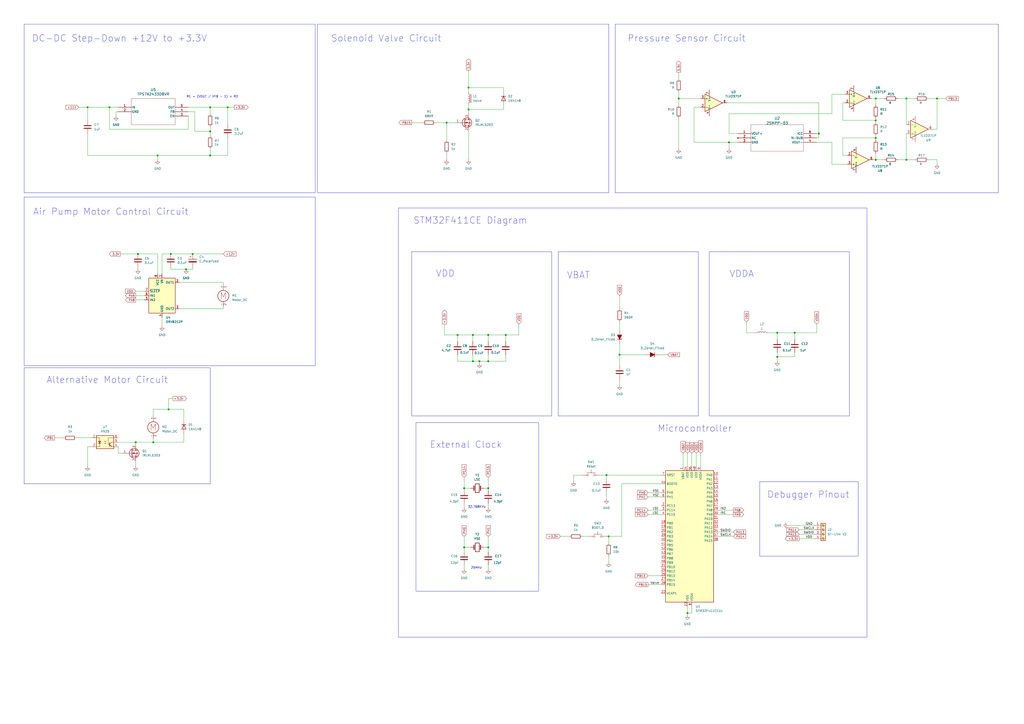
<source format=kicad_sch>
(kicad_sch (version 20231120) (generator "eeschema") (generator_version "8.0")
  (paper "A2")
  (title_block (title "Medidor de pressão arterial - Sistemas Embarcados") (company "FEELT"))
  (lib_symbols
    (symbol "2024-09-16_13-36-37:2SMPP-03" (pin_names (offset 0.254))
      (property "Reference" "U" (at 22.86 10.16 0))
      (property "Value" "2SMPP-03" (at 22.86 7.62 0))
      (symbol "2SMPP-03_0_1"
        (pin output line (at 0 0 0) (length 7.62) (name "VOUT+") (number "1"))
        (pin no_connect line (at 0 -2.54 0) (length 7.62) (name "NC") (number "2"))
        (pin power_out line (at 0 -5.08 0) (length 7.62) (name "GND") (number "3"))
        (pin output line (at 45.72 -5.08 180) (length 7.62) (name "VOUT-") (number "4"))
        (pin unspecified line (at 45.72 -2.54 180) (length 7.62) (name "N-SUB") (number "5"))
        (pin unspecified line (at 45.72 0 180) (length 7.62) (name "ICC") (number "6"))
      )
    )
    (symbol "2024-09-16_13-49-55:TPS7A2433DBVR" (pin_names (offset 0.254))
      (property "Reference" "U" (at 20.32 10.16 0))
      (property "Value" "TPS7A2433DBVR" (at 20.32 7.62 0))
      (symbol "TPS7A2433DBVR_0_1"
        (pin input line (at 0 0 0) (length 7.62) (name "IN") (number "1"))
        (pin power_out line (at 0 -2.54 0) (length 7.62) (name "GND") (number "2"))
        (pin input line (at 40.64 -5.08 180) (length 7.62) (name "EN") (number "3"))
        (pin input line (at 40.64 -2.54 180) (length 7.62) (name "FB") (number "4"))
        (pin output line (at 40.64 0 180) (length 7.62) (name "OUT") (number "5"))
      )
    )
    (symbol "Amplifier_Operational:TLV2371P" (pin_names (offset 0.127))
      (property "Reference" "U" (at 0 6.35 0))
      (property "Value" "TLV2371P" (at 0 3.81 0))
      (symbol "TLV2371P_1_1"
        (pin no_connect line (at -5.08 -2.54 90) (length 2.54) hide (name "NC") (number "1"))
        (pin input line (at -7.62 -2.54 0) (length 2.54) (name "-") (number "2"))
        (pin input line (at -7.62 2.54 0) (length 2.54) (name "+") (number "3"))
        (pin power_in line (at -2.54 -7.62 90) (length 3.81) (name "V-") (number "4"))
        (pin no_connect line (at -2.54 -2.54 90) (length 2.54) hide (name "NC") (number "5"))
        (pin output line (at 7.62 0 180) (length 2.54) (name "~") (number "6"))
        (pin power_in line (at -2.54 7.62 270) (length 3.81) (name "V+") (number "7"))
        (pin no_connect line (at 0 -2.54 90) (length 2.54) hide (name "NC") (number "8"))
      )
    )
    (symbol "Connector:Screw_Terminal_01x04" (pin_names (offset 1.016) hide)
      (property "Reference" "J" (at 0 5.08 0))
      (property "Value" "Screw_Terminal_01x04" (at 0 -7.62 0))
      (symbol "Screw_Terminal_01x04_1_1"
        (pin passive line (at -5.08 2.54 0) (length 3.81) (name "Pin_1") (number "1"))
        (pin passive line (at -5.08 0 0) (length 3.81) (name "Pin_2") (number "2"))
        (pin passive line (at -5.08 -2.54 0) (length 3.81) (name "Pin_3") (number "3"))
        (pin passive line (at -5.08 -5.08 0) (length 3.81) (name "Pin_4") (number "4"))
      )
    )
    (symbol "Device:C" (pin_numbers hide) (pin_names (offset 0.254))
      (property "Reference" "C" (at 0.635 2.54 0))
      (property "Value" "C" (at 0.635 -2.54 0))
      (symbol "C_1_1"
        (pin passive line (at 0 3.81 270) (length 2.794) (name "~") (number "1"))
        (pin passive line (at 0 -3.81 90) (length 2.794) (name "~") (number "2"))
      )
    )
    (symbol "Device:C_Polarized" (pin_numbers hide) (pin_names (offset 0.254))
      (property "Reference" "C" (at 0.635 2.54 0))
      (property "Value" "C_Polarized" (at 0.635 -2.54 0))
      (symbol "C_Polarized_1_1"
        (pin passive line (at 0 3.81 270) (length 2.794) (name "~") (number "1"))
        (pin passive line (at 0 -3.81 90) (length 2.794) (name "~") (number "2"))
      )
    )
    (symbol "Device:Crystal" (pin_numbers hide) (pin_names (offset 1.016) hide)
      (property "Reference" "Y" (at 0 3.81 0))
      (property "Value" "Crystal" (at 0 -3.81 0))
      (symbol "Crystal_1_1"
        (pin passive line (at -3.81 0 0) (length 1.27) (name "1") (number "1"))
        (pin passive line (at 3.81 0 180) (length 1.27) (name "2") (number "2"))
      )
    )
    (symbol "Device:D_Zener_Filled" (pin_numbers hide) (pin_names (offset 1.016) hide)
      (property "Reference" "D" (at 0 2.54 0))
      (property "Value" "D_Zener_Filled" (at 0 -2.54 0))
      (symbol "D_Zener_Filled_1_1"
        (pin passive line (at -3.81 0 0) (length 2.54) (name "K") (number "1"))
        (pin passive line (at 3.81 0 180) (length 2.54) (name "A") (number "2"))
      )
    )
    (symbol "Device:L" (pin_numbers hide) (pin_names (offset 1.016) hide)
      (property "Reference" "L" (at -1.27 0 90))
      (property "Value" "L" (at 1.905 0 90))
      (symbol "L_1_1"
        (pin passive line (at 0 3.81 270) (length 1.27) (name "1") (number "1"))
        (pin passive line (at 0 -3.81 90) (length 1.27) (name "2") (number "2"))
      )
    )
    (symbol "Device:L_Iron" (pin_numbers hide) (pin_names (offset 1.016) hide)
      (property "Reference" "L" (at -1.27 0 90))
      (property "Value" "L_Iron" (at 2.794 0 90))
      (symbol "L_Iron_1_1"
        (pin passive line (at 0 3.81 270) (length 1.27) (name "1") (number "1"))
        (pin passive line (at 0 -3.81 90) (length 1.27) (name "2") (number "2"))
      )
    )
    (symbol "Device:R" (pin_numbers hide) (pin_names (offset 0))
      (property "Reference" "R" (at 2.032 0 90))
      (property "Value" "R" (at 0 0 90))
      (symbol "R_1_1"
        (pin passive line (at 0 3.81 270) (length 1.27) (name "~") (number "1"))
        (pin passive line (at 0 -3.81 90) (length 1.27) (name "~") (number "2"))
      )
    )
    (symbol "Diode:1N4148" (pin_numbers hide) (pin_names hide)
      (property "Reference" "D" (at 0 2.54 0))
      (property "Value" "1N4148" (at 0 -2.54 0))
      (symbol "1N4148_1_1"
        (pin passive line (at -3.81 0 0) (length 2.54) (name "K") (number "1"))
        (pin passive line (at 3.81 0 180) (length 2.54) (name "A") (number "2"))
      )
    )
    (symbol "Driver_Motor:DRV8212P"
      (property "Reference" "U" (at 6.35 11.43 0))
      (property "Value" "DRV8212P" (at -10.16 11.43 0))
      (symbol "DRV8212P_1_1"
        (pin power_in line (at 0 12.7 270) (length 2.54) (name "VM") (number "1"))
        (pin output line (at 10.16 7.62 180) (length 2.54) (name "OUT1") (number "2"))
        (pin output line (at 10.16 -7.62 180) (length 2.54) (name "OUT2") (number "3"))
        (pin power_in line (at 0 -12.7 90) (length 2.54) (name "GND") (number "4"))
        (pin input line (at -10.16 -2.54 0) (length 2.54) (name "IN2") (number "5"))
        (pin input line (at -10.16 0 0) (length 2.54) (name "IN1") (number "6"))
        (pin input line (at -10.16 2.54 0) (length 2.54) (name "~{SLEEP}") (number "7"))
        (pin power_in line (at -2.54 12.7 270) (length 2.54) (name "VCC") (number "8"))
        (pin passive line (at 0 -12.7 90) (length 2.54) hide (name "GND") (number "9"))
      )
    )
    (symbol "Isolator:4N25" (pin_names (offset 1.016))
      (property "Reference" "U" (at -5.08 5.08 0))
      (property "Value" "4N25" (at 0 5.08 0))
      (symbol "4N25_1_1"
        (pin passive line (at -7.62 2.54 0) (length 2.54) (name "~") (number "1"))
        (pin passive line (at -7.62 -2.54 0) (length 2.54) (name "~") (number "2"))
        (pin no_connect line (at -5.08 0 0) (length 2.54) hide (name "NC") (number "3"))
        (pin passive line (at 7.62 -2.54 180) (length 2.54) (name "~") (number "4"))
        (pin passive line (at 7.62 0 180) (length 2.54) (name "~") (number "5"))
        (pin passive line (at 7.62 2.54 180) (length 2.54) (name "~") (number "6"))
      )
    )
    (symbol "MCU_ST_STM32F4:STM32F411CEUx"
      (property "Reference" "U" (at -12.7 39.37 0))
      (property "Value" "STM32F411CEUx" (at 10.16 39.37 0))
      (symbol "STM32F411CEUx_1_1"
        (pin power_in line (at -2.54 40.64 270) (length 2.54) (name "VBAT") (number "1"))
        (pin bidirectional line (at 17.78 35.56 180) (length 2.54) (name "PA0") (number "10"))
        (pin bidirectional line (at 17.78 33.02 180) (length 2.54) (name "PA1") (number "11"))
        (pin bidirectional line (at 17.78 30.48 180) (length 2.54) (name "PA2") (number "12"))
        (pin bidirectional line (at 17.78 27.94 180) (length 2.54) (name "PA3") (number "13"))
        (pin bidirectional line (at 17.78 25.4 180) (length 2.54) (name "PA4") (number "14"))
        (pin bidirectional line (at 17.78 22.86 180) (length 2.54) (name "PA5") (number "15"))
        (pin bidirectional line (at 17.78 20.32 180) (length 2.54) (name "PA6") (number "16"))
        (pin bidirectional line (at 17.78 17.78 180) (length 2.54) (name "PA7") (number "17"))
        (pin bidirectional line (at -15.24 7.62 0) (length 2.54) (name "PB0") (number "18"))
        (pin bidirectional line (at -15.24 5.08 0) (length 2.54) (name "PB1") (number "19"))
        (pin bidirectional line (at -15.24 17.78 0) (length 2.54) (name "PC13") (number "2"))
        (pin bidirectional line (at -15.24 2.54 0) (length 2.54) (name "PB2") (number "20"))
        (pin bidirectional line (at -15.24 -17.78 0) (length 2.54) (name "PB10") (number "21"))
        (pin power_out line (at -15.24 -33.02 0) (length 2.54) (name "VCAP1") (number "22"))
        (pin power_in line (at 0 -40.64 90) (length 2.54) (name "VSS") (number "23"))
        (pin power_in line (at 0 40.64 270) (length 2.54) (name "VDD") (number "24"))
        (pin bidirectional line (at -15.24 -20.32 0) (length 2.54) (name "PB12") (number "25"))
        (pin bidirectional line (at -15.24 -22.86 0) (length 2.54) (name "PB13") (number "26"))
        (pin bidirectional line (at -15.24 -25.4 0) (length 2.54) (name "PB14") (number "27"))
        (pin bidirectional line (at -15.24 -27.94 0) (length 2.54) (name "PB15") (number "28"))
        (pin bidirectional line (at 17.78 15.24 180) (length 2.54) (name "PA8") (number "29"))
        (pin bidirectional line (at -15.24 15.24 0) (length 2.54) (name "PC14") (number "3"))
        (pin bidirectional line (at 17.78 12.7 180) (length 2.54) (name "PA9") (number "30"))
        (pin bidirectional line (at 17.78 10.16 180) (length 2.54) (name "PA10") (number "31"))
        (pin bidirectional line (at 17.78 7.62 180) (length 2.54) (name "PA11") (number "32"))
        (pin bidirectional line (at 17.78 5.08 180) (length 2.54) (name "PA12") (number "33"))
        (pin bidirectional line (at 17.78 2.54 180) (length 2.54) (name "PA13") (number "34"))
        (pin passive line (at 0 -40.64 90) (length 2.54) hide (name "VSS") (number "35"))
        (pin power_in line (at 2.54 40.64 270) (length 2.54) (name "VDD") (number "36"))
        (pin bidirectional line (at 17.78 0 180) (length 2.54) (name "PA14") (number "37"))
        (pin bidirectional line (at 17.78 -2.54 180) (length 2.54) (name "PA15") (number "38"))
        (pin bidirectional line (at -15.24 0 0) (length 2.54) (name "PB3") (number "39"))
        (pin bidirectional line (at -15.24 12.7 0) (length 2.54) (name "PC15") (number "4"))
        (pin bidirectional line (at -15.24 -2.54 0) (length 2.54) (name "PB4") (number "40"))
        (pin bidirectional line (at -15.24 -5.08 0) (length 2.54) (name "PB5") (number "41"))
        (pin bidirectional line (at -15.24 -7.62 0) (length 2.54) (name "PB6") (number "42"))
        (pin bidirectional line (at -15.24 -10.16 0) (length 2.54) (name "PB7") (number "43"))
        (pin input line (at -15.24 30.48 0) (length 2.54) (name "BOOT0") (number "44"))
        (pin bidirectional line (at -15.24 -12.7 0) (length 2.54) (name "PB8") (number "45"))
        (pin bidirectional line (at -15.24 -15.24 0) (length 2.54) (name "PB9") (number "46"))
        (pin passive line (at 0 -40.64 90) (length 2.54) hide (name "VSS") (number "47"))
        (pin power_in line (at 5.08 40.64 270) (length 2.54) (name "VDD") (number "48"))
        (pin passive line (at 0 -40.64 90) (length 2.54) hide (name "VSS") (number "49"))
        (pin bidirectional line (at -15.24 25.4 0) (length 2.54) (name "PH0") (number "5"))
        (pin bidirectional line (at -15.24 22.86 0) (length 2.54) (name "PH1") (number "6"))
        (pin input line (at -15.24 35.56 0) (length 2.54) (name "NRST") (number "7"))
        (pin power_in line (at 2.54 -40.64 90) (length 2.54) (name "VSSA") (number "8"))
        (pin power_in line (at 7.62 40.64 270) (length 2.54) (name "VDDA") (number "9"))
      )
    )
    (symbol "Motor:Motor_DC" (pin_names (offset 0))
      (property "Reference" "M" (at 2.54 2.54 0))
      (property "Value" "Motor_DC" (at 2.54 -5.08 0))
      (symbol "Motor_DC_1_1"
        (pin passive line (at 0 5.08 270) (length 2.54) (name "+") (number "1"))
        (pin passive line (at 0 -7.62 90) (length 2.54) (name "-") (number "2"))
      )
    )
    (symbol "Switch:SW_Push" (pin_numbers hide) (pin_names (offset 1.016) hide)
      (property "Reference" "SW" (at 1.27 2.54 0))
      (property "Value" "SW_Push" (at 0 -1.524 0))
      (symbol "SW_Push_0_1"
        (pin passive line (at -5.08 0 0) (length 2.54) (name "1") (number "1"))
        (pin passive line (at 5.08 0 180) (length 2.54) (name "2") (number "2"))
      )
    )
    (symbol "Transistor_FET:IRLML5203" (pin_names hide)
      (property "Reference" "Q" (at 5.08 1.905 0))
      (property "Value" "IRLML5203" (at 5.08 0 0))
      (symbol "IRLML5203_1_1"
        (pin input line (at -5.08 0 0) (length 2.54) (name "G") (number "1"))
        (pin passive line (at 2.54 -5.08 90) (length 2.54) (name "S") (number "2"))
        (pin passive line (at 2.54 5.08 270) (length 2.54) (name "D") (number "3"))
      )
    )
    (symbol "power:GND" (power) (pin_numbers hide) (pin_names (offset 0) hide)
      (property "Value" "GND" (at 0 -3.81 0))
      (symbol "GND_1_1"
        (pin power_in line (at 0 0 270) (length 0) (name "~") (number "1"))
      )
    )
  )
  (junction (at 121.92 90.17))
  (junction (at 283.21 283.21))
  (junction (at 293.37 194.31))
  (junction (at 97.79 237.49))
  (junction (at 525.78 92.71))
  (junction (at 422.91 82.55))
  (junction (at 393.7 57.15))
  (junction (at 278.13 209.55))
  (junction (at 80.01 147.32))
  (junction (at 99.06 147.32))
  (junction (at 508 80.01))
  (junction (at 121.92 76.2))
  (junction (at 274.32 209.55))
  (junction (at 265.43 194.31))
  (junction (at 271.78 63.5))
  (junction (at 269.24 317.5))
  (junction (at 508 69.85))
  (junction (at 271.78 50.8))
  (junction (at 50.8 62.23))
  (junction (at 543.56 57.15))
  (junction (at 132.08 62.23))
  (junction (at 274.32 194.31))
  (junction (at 283.21 317.5))
  (junction (at 78.74 256.54))
  (junction (at 359.41 205.74))
  (junction (at 450.85 207.01))
  (junction (at 398.78 355.6))
  (junction (at 508 57.15))
  (junction (at 88.9 256.54))
  (junction (at 63.5 62.23))
  (junction (at 259.08 71.12))
  (junction (at 474.98 77.47))
  (junction (at 283.21 194.31))
  (junction (at 450.85 193.04))
  (junction (at 111.76 147.32))
  (junction (at 91.44 90.17))
  (junction (at 351.79 275.59))
  (junction (at 269.24 283.21))
  (junction (at 107.95 156.21))
  (junction (at 525.78 57.15))
  (junction (at 283.21 209.55))
  (junction (at 461.01 193.04))
  (junction (at 508 92.71))
  (junction (at 121.92 62.23))
  (junction (at 353.06 311.15))
  (wire (pts (xy 99.06 147.32) (xy 111.76 147.32)))
  (wire (pts (xy 508 80.01) (xy 508 81.28)))
  (wire (pts (xy 520.7 92.71) (xy 525.78 92.71)))
  (wire (pts (xy 525.78 57.15) (xy 530.86 57.15)))
  (wire (pts (xy 491.49 90.17) (xy 488.95 90.17)))
  (wire (pts (xy 271.78 60.96) (xy 271.78 63.5)))
  (wire (pts (xy 416.56 295.91) (xy 425.45 295.91)))
  (wire (pts (xy 67.31 64.77) (xy 68.58 64.77)))
  (wire (pts (xy 543.56 74.93) (xy 543.56 57.15)))
  (wire (pts (xy 121.92 76.2) (xy 121.92 78.74)))
  (wire (pts (xy 113.03 76.2) (xy 121.92 76.2)))
  (wire (pts (xy 473.71 187.96) (xy 473.71 193.04)))
  (wire (pts (xy 416.56 308.61) (xy 425.45 308.61)))
  (wire (pts (xy 109.22 62.23) (xy 121.92 62.23)))
  (wire (pts (xy 398.78 355.6) (xy 398.78 356.87)))
  (wire (pts (xy 132.08 62.23) (xy 135.89 62.23)))
  (wire (pts (xy 353.06 311.15) (xy 360.68 311.15)))
  (wire (pts (xy 473.71 82.55) (xy 482.6 82.55)))
  (wire (pts (xy 445.77 193.04) (xy 450.85 193.04)))
  (wire (pts (xy 292.1 60.96) (xy 292.1 63.5)))
  (wire (pts (xy 68.58 256.54) (xy 78.74 256.54)))
  (wire (pts (xy 473.71 193.04) (xy 461.01 193.04)))
  (wire (pts (xy 506.73 92.71) (xy 508 92.71)))
  (wire (pts (xy 80.01 154.94) (xy 80.01 156.21)))
  (wire (pts (xy 482.6 66.04) (xy 422.91 66.04)))
  (wire (pts (xy 406.4 262.89) (xy 406.4 270.51)))
  (wire (pts (xy 353.06 311.15) (xy 353.06 314.96)))
  (wire (pts (xy 488.95 59.69) (xy 488.95 69.85)))
  (wire (pts (xy 292.1 53.34) (xy 292.1 50.8)))
  (wire (pts (xy 100.33 231.14) (xy 97.79 231.14)))
  (wire (pts (xy 293.37 198.12) (xy 293.37 194.31)))
  (wire (pts (xy 111.76 154.94) (xy 111.76 156.21)))
  (wire (pts (xy 474.98 59.69) (xy 474.98 77.47)))
  (wire (pts (xy 106.68 256.54) (xy 88.9 256.54)))
  (wire (pts (xy 106.68 243.84) (xy 106.68 237.49)))
  (wire (pts (xy 450.85 204.47) (xy 450.85 207.01)))
  (wire (pts (xy 463.55 312.42) (xy 472.44 312.42)))
  (wire (pts (xy 359.41 219.71) (xy 359.41 223.52)))
  (wire (pts (xy 269.24 311.15) (xy 269.24 317.5)))
  (wire (pts (xy 63.5 62.23) (xy 63.5 74.93)))
  (wire (pts (xy 461.01 193.04) (xy 450.85 193.04)))
  (wire (pts (xy 50.8 259.08) (xy 50.8 270.51)))
  (wire (pts (xy 508 69.85) (xy 508 71.12)))
  (wire (pts (xy 91.44 158.75) (xy 91.44 147.32)))
  (wire (pts (xy 88.9 237.49) (xy 88.9 241.3)))
  (wire (pts (xy 543.56 92.71) (xy 543.56 95.25)))
  (wire (pts (xy 121.92 90.17) (xy 132.08 90.17)))
  (wire (pts (xy 473.71 77.47) (xy 474.98 77.47)))
  (wire (pts (xy 461.01 196.85) (xy 461.01 193.04)))
  (wire (pts (xy 461.01 204.47) (xy 461.01 207.01)))
  (wire (pts (xy 283.21 317.5) (xy 283.21 320.04)))
  (wire (pts (xy 393.7 68.58) (xy 393.7 86.36)))
  (wire (pts (xy 50.8 259.08) (xy 53.34 259.08)))
  (wire (pts (xy 93.98 147.32) (xy 99.06 147.32)))
  (wire (pts (xy 490.22 59.69) (xy 488.95 59.69)))
  (wire (pts (xy 347.98 275.59) (xy 351.79 275.59)))
  (wire (pts (xy 259.08 88.9) (xy 259.08 92.71)))
  (wire (pts (xy 269.24 327.66) (xy 269.24 330.2)))
  (wire (pts (xy 351.79 285.75) (xy 351.79 289.56)))
  (wire (pts (xy 433.07 186.69) (xy 433.07 193.04)))
  (wire (pts (xy 97.79 231.14) (xy 97.79 237.49)))
  (wire (pts (xy 265.43 194.31) (xy 274.32 194.31)))
  (wire (pts (xy 269.24 317.5) (xy 269.24 320.04)))
  (wire (pts (xy 337.82 311.15) (xy 341.63 311.15)))
  (wire (pts (xy 375.92 339.09) (xy 383.54 339.09)))
  (wire (pts (xy 271.78 76.2) (xy 271.78 92.71)))
  (wire (pts (xy 351.79 275.59) (xy 351.79 278.13)))
  (wire (pts (xy 406.4 62.23) (xy 402.59 62.23)))
  (wire (pts (xy 50.8 90.17) (xy 91.44 90.17)))
  (wire (pts (xy 106.68 251.46) (xy 106.68 256.54)))
  (wire (pts (xy 78.74 171.45) (xy 83.82 171.45)))
  (wire (pts (xy 109.22 74.93) (xy 63.5 74.93)))
  (wire (pts (xy 280.67 317.5) (xy 283.21 317.5)))
  (wire (pts (xy 283.21 327.66) (xy 283.21 330.2)))
  (wire (pts (xy 78.74 173.99) (xy 83.82 173.99)))
  (wire (pts (xy 525.78 57.15) (xy 525.78 72.39)))
  (wire (pts (xy 416.56 298.45) (xy 425.45 298.45)))
  (wire (pts (xy 274.32 194.31) (xy 274.32 198.12)))
  (wire (pts (xy 132.08 80.01) (xy 132.08 90.17)))
  (wire (pts (xy 422.91 82.55) (xy 422.91 86.36)))
  (wire (pts (xy 393.7 57.15) (xy 393.7 60.96)))
  (wire (pts (xy 106.68 237.49) (xy 97.79 237.49)))
  (wire (pts (xy 104.14 163.83) (xy 129.54 163.83)))
  (wire (pts (xy 382.27 205.74) (xy 387.35 205.74)))
  (wire (pts (xy 473.71 80.01) (xy 474.98 80.01)))
  (wire (pts (xy 113.03 64.77) (xy 113.03 76.2)))
  (wire (pts (xy 109.22 67.31) (xy 109.22 74.93)))
  (wire (pts (xy 508 92.71) (xy 513.08 92.71)))
  (wire (pts (xy 283.21 292.1) (xy 283.21 294.64)))
  (wire (pts (xy 99.06 154.94) (xy 99.06 156.21)))
  (wire (pts (xy 359.41 186.69) (xy 359.41 191.77)))
  (wire (pts (xy 269.24 284.48) (xy 269.24 283.21)))
  (wire (pts (xy 488.95 69.85) (xy 508 69.85)))
  (wire (pts (xy 68.58 259.08) (xy 68.58 262.89)))
  (wire (pts (xy 259.08 71.12) (xy 259.08 81.28)))
  (wire (pts (xy 271.78 50.8) (xy 271.78 53.34)))
  (wire (pts (xy 401.32 351.79) (xy 401.32 355.6)))
  (wire (pts (xy 91.44 90.17) (xy 91.44 92.71)))
  (wire (pts (xy 63.5 62.23) (xy 68.58 62.23)))
  (wire (pts (xy 271.78 63.5) (xy 292.1 63.5)))
  (wire (pts (xy 396.24 262.89) (xy 396.24 270.51)))
  (wire (pts (xy 257.81 194.31) (xy 265.43 194.31)))
  (wire (pts (xy 375.92 285.75) (xy 383.54 285.75)))
  (wire (pts (xy 490.22 54.61) (xy 482.6 54.61)))
  (wire (pts (xy 375.92 334.01) (xy 383.54 334.01)))
  (wire (pts (xy 383.54 280.67) (xy 360.68 280.67)))
  (wire (pts (xy 31.75 254) (xy 36.83 254)))
  (wire (pts (xy 69.85 147.32) (xy 80.01 147.32)))
  (wire (pts (xy 91.44 90.17) (xy 121.92 90.17)))
  (wire (pts (xy 482.6 54.61) (xy 482.6 66.04)))
  (wire (pts (xy 293.37 209.55) (xy 283.21 209.55)))
  (wire (pts (xy 283.21 205.74) (xy 283.21 209.55)))
  (wire (pts (xy 300.99 187.96) (xy 300.99 194.31)))
  (wire (pts (xy 45.72 62.23) (xy 50.8 62.23)))
  (wire (pts (xy 293.37 194.31) (xy 283.21 194.31)))
  (wire (pts (xy 541.02 74.93) (xy 543.56 74.93)))
  (wire (pts (xy 113.03 64.77) (xy 109.22 64.77)))
  (wire (pts (xy 283.21 276.86) (xy 283.21 283.21)))
  (wire (pts (xy 393.7 41.91) (xy 393.7 45.72)))
  (wire (pts (xy 274.32 209.55) (xy 278.13 209.55)))
  (wire (pts (xy 132.08 72.39) (xy 132.08 62.23)))
  (wire (pts (xy 488.95 90.17) (xy 488.95 80.01)))
  (wire (pts (xy 283.21 284.48) (xy 283.21 283.21)))
  (wire (pts (xy 121.92 86.36) (xy 121.92 90.17)))
  (wire (pts (xy 463.55 309.88) (xy 472.44 309.88)))
  (wire (pts (xy 488.95 80.01) (xy 508 80.01)))
  (wire (pts (xy 375.92 298.45) (xy 383.54 298.45)))
  (wire (pts (xy 273.05 317.5) (xy 269.24 317.5)))
  (wire (pts (xy 351.79 275.59) (xy 383.54 275.59)))
  (wire (pts (xy 283.21 198.12) (xy 283.21 194.31)))
  (wire (pts (xy 293.37 205.74) (xy 293.37 209.55)))
  (wire (pts (xy 121.92 73.66) (xy 121.92 76.2)))
  (wire (pts (xy 482.6 95.25) (xy 491.49 95.25)))
  (wire (pts (xy 259.08 71.12) (xy 264.16 71.12)))
  (wire (pts (xy 44.45 254) (xy 53.34 254)))
  (wire (pts (xy 508 78.74) (xy 508 80.01)))
  (wire (pts (xy 353.06 322.58) (xy 353.06 326.39)))
  (wire (pts (xy 129.54 163.83) (xy 129.54 165.1)))
  (wire (pts (xy 50.8 62.23) (xy 63.5 62.23)))
  (wire (pts (xy 99.06 156.21) (xy 107.95 156.21)))
  (wire (pts (xy 422.91 82.55) (xy 427.99 82.55)))
  (wire (pts (xy 421.64 59.69) (xy 474.98 59.69)))
  (wire (pts (xy 271.78 63.5) (xy 271.78 66.04)))
  (wire (pts (xy 416.56 311.15) (xy 425.45 311.15)))
  (wire (pts (xy 401.32 355.6) (xy 398.78 355.6)))
  (wire (pts (xy 283.21 209.55) (xy 278.13 209.55)))
  (wire (pts (xy 359.41 205.74) (xy 374.65 205.74)))
  (wire (pts (xy 505.46 57.15) (xy 508 57.15)))
  (wire (pts (xy 422.91 77.47) (xy 422.91 66.04)))
  (wire (pts (xy 88.9 254) (xy 88.9 256.54)))
  (wire (pts (xy 332.74 275.59) (xy 337.82 275.59)))
  (wire (pts (xy 325.12 311.15) (xy 330.2 311.15)))
  (wire (pts (xy 401.32 262.89) (xy 401.32 270.51)))
  (wire (pts (xy 283.21 311.15) (xy 283.21 317.5)))
  (wire (pts (xy 129.54 179.07) (xy 129.54 177.8)))
  (wire (pts (xy 293.37 194.31) (xy 300.99 194.31)))
  (wire (pts (xy 50.8 69.85) (xy 50.8 62.23)))
  (wire (pts (xy 274.32 205.74) (xy 274.32 209.55)))
  (wire (pts (xy 265.43 209.55) (xy 274.32 209.55)))
  (wire (pts (xy 543.56 57.15) (xy 548.64 57.15)))
  (wire (pts (xy 525.78 92.71) (xy 530.86 92.71)))
  (wire (pts (xy 525.78 77.47) (xy 525.78 92.71)))
  (wire (pts (xy 265.43 198.12) (xy 265.43 194.31)))
  (wire (pts (xy 402.59 82.55) (xy 422.91 82.55)))
  (wire (pts (xy 91.44 147.32) (xy 80.01 147.32)))
  (wire (pts (xy 50.8 77.47) (xy 50.8 90.17)))
  (wire (pts (xy 538.48 92.71) (xy 543.56 92.71)))
  (wire (pts (xy 508 68.58) (xy 508 69.85)))
  (wire (pts (xy 508 57.15) (xy 508 60.96)))
  (wire (pts (xy 461.01 207.01) (xy 450.85 207.01)))
  (wire (pts (xy 78.74 256.54) (xy 78.74 257.81)))
  (wire (pts (xy 359.41 171.45) (xy 359.41 179.07)))
  (wire (pts (xy 257.81 187.96) (xy 257.81 194.31)))
  (wire (pts (xy 271.78 50.8) (xy 292.1 50.8)))
  (wire (pts (xy 78.74 267.97) (xy 78.74 270.51)))
  (wire (pts (xy 463.55 307.34) (xy 472.44 307.34)))
  (wire (pts (xy 97.79 237.49) (xy 88.9 237.49)))
  (wire (pts (xy 269.24 283.21) (xy 273.05 283.21)))
  (wire (pts (xy 474.98 80.01) (xy 474.98 77.47)))
  (wire (pts (xy 450.85 207.01) (xy 450.85 209.55)))
  (wire (pts (xy 67.31 67.31) (xy 67.31 64.77)))
  (wire (pts (xy 283.21 283.21) (xy 280.67 283.21)))
  (wire (pts (xy 132.08 62.23) (xy 121.92 62.23)))
  (wire (pts (xy 278.13 209.55) (xy 278.13 210.82)))
  (wire (pts (xy 538.48 57.15) (xy 543.56 57.15)))
  (wire (pts (xy 252.73 71.12) (xy 259.08 71.12)))
  (wire (pts (xy 359.41 199.39) (xy 359.41 205.74)))
  (wire (pts (xy 438.15 193.04) (xy 433.07 193.04)))
  (wire (pts (xy 88.9 256.54) (xy 78.74 256.54)))
  (wire (pts (xy 78.74 168.91) (xy 83.82 168.91)))
  (wire (pts (xy 351.79 311.15) (xy 353.06 311.15)))
  (wire (pts (xy 93.98 158.75) (xy 93.98 147.32)))
  (wire (pts (xy 68.58 262.89) (xy 71.12 262.89)))
  (wire (pts (xy 520.7 57.15) (xy 525.78 57.15)))
  (wire (pts (xy 427.99 77.47) (xy 422.91 77.47)))
  (wire (pts (xy 359.41 205.74) (xy 359.41 212.09)))
  (wire (pts (xy 104.14 179.07) (xy 129.54 179.07)))
  (wire (pts (xy 375.92 288.29) (xy 383.54 288.29)))
  (wire (pts (xy 111.76 156.21) (xy 107.95 156.21)))
  (wire (pts (xy 406.4 57.15) (xy 393.7 57.15)))
  (wire (pts (xy 265.43 205.74) (xy 265.43 209.55)))
  (wire (pts (xy 269.24 276.86) (xy 269.24 283.21)))
  (wire (pts (xy 398.78 351.79) (xy 398.78 355.6)))
  (wire (pts (xy 111.76 147.32) (xy 129.54 147.32)))
  (wire (pts (xy 93.98 184.15) (xy 93.98 189.23)))
  (wire (pts (xy 508 92.71) (xy 508 88.9)))
  (wire (pts (xy 393.7 53.34) (xy 393.7 57.15)))
  (wire (pts (xy 360.68 280.67) (xy 360.68 311.15)))
  (wire (pts (xy 403.86 262.89) (xy 403.86 270.51)))
  (wire (pts (xy 238.76 71.12) (xy 245.11 71.12)))
  (wire (pts (xy 332.74 279.4) (xy 332.74 275.59)))
  (wire (pts (xy 402.59 62.23) (xy 402.59 82.55)))
  (wire (pts (xy 121.92 62.23) (xy 121.92 66.04)))
  (wire (pts (xy 274.32 194.31) (xy 283.21 194.31)))
  (wire (pts (xy 482.6 82.55) (xy 482.6 95.25)))
  (wire (pts (xy 271.78 40.64) (xy 271.78 50.8)))
  (wire (pts (xy 450.85 196.85) (xy 450.85 193.04)))
  (wire (pts (xy 457.2 304.8) (xy 472.44 304.8)))
  (wire (pts (xy 398.78 262.89) (xy 398.78 270.51)))
  (wire (pts (xy 375.92 295.91) (xy 383.54 295.91)))
  (wire (pts (xy 508 57.15) (xy 513.08 57.15)))
  (wire (pts (xy 269.24 292.1) (xy 269.24 294.64)))
  (rectangle (start 13.97 13.97) (end 182.88 111.76))
  (rectangle (start 411.48 146.05) (end 492.76 241.3))
  (rectangle (start 238.76 146.05) (end 320.04 241.3))
  (rectangle (start 13.97 114.3) (end 182.88 212.09))
  (rectangle (start 440.69 279.4) (end 497.84 322.58))
  (rectangle (start 13.97 213.36) (end 121.92 280.67))
  (rectangle (start 231.14 120.65) (end 502.92 369.57))
  (rectangle (start 241.3 245.11) (end 312.42 342.9))
  (rectangle (start 356.87 13.97) (end 579.12 111.76))
  (rectangle (start 323.85 146.05) (end 405.13 241.3))
  (rectangle (start 184.15 13.97) (end 353.06 111.76))
  (text "VDD\n" (at 258.318 158.75 0) (effects (font (size 3.81 3.81))))
  (text "Solenoid Valve Circuit" (at 224.028 22.352 0) (effects (font (size 3.81 3.81))))
  (text "Microcontroller\n" (at 403.098 248.666 0) (effects (font (size 3.81 3.81))))
  (text "Alternative Motor Circuit" (at 62.23 220.472 0) (effects (font (size 3.81 3.81))))
  (text "25MHz\n" (at 276.352 329.438 0) (effects (font (size 1.27 1.27))))
  (text "DC-DC Step-Down +12V to +3.3V\n" (at 69.342 22.352 0) (effects (font (size 3.81 3.81))))
  (text "R1 = (VOUT / VFB - 1) × R2" (at 123.19 56.134 0) (effects (font (size 1.27 1.27))))
  (text "External Clock\n" (at 270.256 258.064 0) (effects (font (size 3.81 3.81))))
  (text "STM32F411CE Diagram" (at 272.796 128.016 0) (effects (font (size 3.81 3.81))))
  (text "VBAT\n\n" (at 335.534 162.814 0) (effects (font (size 3.81 3.81))))
  (text "Air Pump Motor Control Circuit\n" (at 64.262 122.936 0) (effects (font (size 3.81 3.81))))
  (text "32.768KHz\n" (at 276.606 294.132 0) (effects (font (size 1.27 1.27))))
  (text "Debugger Pinout" (at 468.884 287.02 0) (effects (font (size 3.81 3.81))))
  (text "VDDA\n\n\n" (at 430.276 165.1 0) (effects (font (size 3.81 3.81))))
  (text "Pressure Sensor Circuit" (at 398.272 22.352 0) (effects (font (size 3.81 3.81))))
  (label "IN1" (at 417.83 298.45 0))
  (label "LSE" (at 378.46 298.45 0))
  (label "GND" (at 467.36 304.8 0))
  (label "IN2" (at 417.83 295.91 0))
  (label "SWCLK" (at 417.83 311.15 0))
  (label "SWDIO" (at 417.83 308.61 0))
  (label "SWDIO" (at 466.09 309.88 0))
  (label "HSE" (at 378.46 288.29 0))
  (label "SWCLK" (at 466.09 307.34 0))
  (label "Valve" (at 377.19 339.09 0))
  (label "LSE" (at 378.46 295.91 0))
  (label "HSE" (at 378.46 285.75 0))
  (label "VDD" (at 467.36 312.42 0))
  (global_label "VDD" (shape input) (at 78.74 168.91 180) (property "Intersheetrefs" "${INTERSHEET_REFS}" (effects (hide yes))))
  (global_label "VDDA" (shape input) (at 473.71 187.96 90) (property "Intersheetrefs" "${INTERSHEET_REFS}" (effects (hide yes))))
  (global_label "PA14" (shape input) (at 463.55 307.34 180) (property "Intersheetrefs" "${INTERSHEET_REFS}" (effects (hide yes))))
  (global_label "PH0" (shape input) (at 269.24 311.15 90) (property "Intersheetrefs" "${INTERSHEET_REFS}" (effects (hide yes))))
  (global_label "PH1" (shape input) (at 283.21 311.15 90) (property "Intersheetrefs" "${INTERSHEET_REFS}" (effects (hide yes))))
  (global_label "PH1" (shape input) (at 375.92 288.29 180) (property "Intersheetrefs" "${INTERSHEET_REFS}" (effects (hide yes))))
  (global_label "+3.3V" (shape output) (at 135.89 62.23 0) (property "Intersheetrefs" "${INTERSHEET_REFS}" (effects (hide yes))))
  (global_label "PA14" (shape input) (at 425.45 311.15 0) (property "Intersheetrefs" "${INTERSHEET_REFS}" (effects (hide yes))))
  (global_label "PB15" (shape output) (at 375.92 339.09 180) (property "Intersheetrefs" "${INTERSHEET_REFS}" (effects (hide yes))))
  (global_label "PB15" (shape output) (at 238.76 71.12 180) (property "Intersheetrefs" "${INTERSHEET_REFS}" (effects (hide yes))))
  (global_label "+11V" (shape input) (at 45.72 62.23 180) (property "Intersheetrefs" "${INTERSHEET_REFS}" (effects (hide yes))))
  (global_label "VDD" (shape input) (at 300.99 187.96 90) (property "Intersheetrefs" "${INTERSHEET_REFS}" (effects (hide yes))))
  (global_label "+3.3V" (shape output) (at 463.55 312.42 180) (property "Intersheetrefs" "${INTERSHEET_REFS}" (effects (hide yes))))
  (global_label "PB13" (shape input) (at 548.64 57.15 0) (property "Intersheetrefs" "${INTERSHEET_REFS}" (effects (hide yes))))
  (global_label "PC14" (shape input) (at 375.92 295.91 180) (property "Intersheetrefs" "${INTERSHEET_REFS}" (effects (hide yes))))
  (global_label "VBAT" (shape input) (at 396.24 262.89 90) (property "Intersheetrefs" "${INTERSHEET_REFS}" (effects (hide yes))))
  (global_label "PB1" (shape output) (at 31.75 254 180) (property "Intersheetrefs" "${INTERSHEET_REFS}" (effects (hide yes))))
  (global_label "VDD" (shape input) (at 401.32 262.89 90) (property "Intersheetrefs" "${INTERSHEET_REFS}" (effects (hide yes))))
  (global_label "+3.3V" (shape input) (at 325.12 311.15 180) (property "Intersheetrefs" "${INTERSHEET_REFS}" (effects (hide yes))))
  (global_label "PC15" (shape input) (at 283.21 276.86 90) (property "Intersheetrefs" "${INTERSHEET_REFS}" (effects (hide yes))))
  (global_label "3.3V" (shape output) (at 69.85 147.32 180) (property "Intersheetrefs" "${INTERSHEET_REFS}" (effects (hide yes))))
  (global_label "VDDA" (shape input) (at 406.4 262.89 90) (property "Intersheetrefs" "${INTERSHEET_REFS}" (effects (hide yes))))
  (global_label "VDD" (shape input) (at 398.78 262.89 90) (property "Intersheetrefs" "${INTERSHEET_REFS}" (effects (hide yes))))
  (global_label "+3.3v" (shape output) (at 100.33 231.14 0) (property "Intersheetrefs" "${INTERSHEET_REFS}" (effects (hide yes))))
  (global_label "PH0" (shape input) (at 375.92 285.75 180) (property "Intersheetrefs" "${INTERSHEET_REFS}" (effects (hide yes))))
  (global_label "+12V" (shape input) (at 129.54 147.32 0) (property "Intersheetrefs" "${INTERSHEET_REFS}" (effects (hide yes))))
  (global_label "PA13" (shape input) (at 425.45 308.61 0) (property "Intersheetrefs" "${INTERSHEET_REFS}" (effects (hide yes))))
  (global_label "PC15" (shape input) (at 375.92 298.45 180) (property "Intersheetrefs" "${INTERSHEET_REFS}" (effects (hide yes))))
  (global_label "VBAT" (shape input) (at 387.35 205.74 0) (property "Intersheetrefs" "${INTERSHEET_REFS}" (effects (hide yes))))
  (global_label "PA8" (shape output) (at 78.74 173.99 180) (property "Intersheetrefs" "${INTERSHEET_REFS}" (effects (hide yes))))
  (global_label "PC14" (shape input) (at 269.24 276.86 90) (property "Intersheetrefs" "${INTERSHEET_REFS}" (effects (hide yes))))
  (global_label "VDD" (shape input) (at 433.07 186.69 90) (property "Intersheetrefs" "${INTERSHEET_REFS}" (effects (hide yes))))
  (global_label "3.3V" (shape output) (at 393.7 41.91 90) (property "Intersheetrefs" "${INTERSHEET_REFS}" (effects (hide yes))))
  (global_label "PA13" (shape input) (at 463.55 309.88 180) (property "Intersheetrefs" "${INTERSHEET_REFS}" (effects (hide yes))))
  (global_label "PA9" (shape output) (at 425.45 298.45 0) (property "Intersheetrefs" "${INTERSHEET_REFS}" (effects (hide yes))))
  (global_label "+3.3V" (shape output) (at 257.81 187.96 90) (property "Intersheetrefs" "${INTERSHEET_REFS}" (effects (hide yes))))
  (global_label "PA8" (shape output) (at 425.45 295.91 0) (property "Intersheetrefs" "${INTERSHEET_REFS}" (effects (hide yes))))
  (global_label "PA9" (shape output) (at 78.74 171.45 180) (property "Intersheetrefs" "${INTERSHEET_REFS}" (effects (hide yes))))
  (global_label "3.3V" (shape output) (at 271.78 40.64 90) (property "Intersheetrefs" "${INTERSHEET_REFS}" (effects (hide yes))))
  (global_label "PB13" (shape input) (at 375.92 334.01 180) (property "Intersheetrefs" "${INTERSHEET_REFS}" (effects (hide yes))))
  (global_label "VDD" (shape input) (at 359.41 171.45 90) (property "Intersheetrefs" "${INTERSHEET_REFS}" (effects (hide yes))))
  (global_label "VDD" (shape input) (at 403.86 262.89 90) (property "Intersheetrefs" "${INTERSHEET_REFS}" (effects (hide yes))))
  (symbol (lib_id "Device:C") (at 450.85 200.66 0) (mirror y) (unit 1)
    (property "Reference" "C11" (at 454.66 199.3899 0) (effects (justify right)))
    (property "Value" "0.1uF" (at 453.898 203.2 0) (effects (justify right)))
    (property "Description" "Unpolarized capacitor" (effects (hide yes)))
  )
  (symbol (lib_id "2024-09-16_13-49-55:TPS7A2433DBVR") (at 68.58 62.23 0) (unit 1)
    (property "Reference" "U5" (at 88.9 52.07 0) (effects (font (size 1.524 1.524))))
    (property "Value" "TPS7A2433DBVR" (at 88.9 54.61 0) (effects (font (size 1.524 1.524))))
    (property "Footprint" "SOT23_DBV_TEX" (effects (hide yes)))
    (property "Datasheet" "TPS7A2433DBVR" (effects (hide yes)))
  )
  (symbol (lib_id "Device:R") (at 516.89 92.71 270) (unit 1)
    (property "Reference" "R14" (at 514.858 90.17 90) (effects (justify left)))
    (property "Value" "R" (at 515.6201 95.25 90) (effects (justify left)))
    (property "Description" "Resistor" (effects (hide yes)))
  )
  (symbol (lib_id "Device:R") (at 534.67 57.15 270) (unit 1)
    (property "Reference" "R16" (at 532.638 54.61 90) (effects (justify left)))
    (property "Value" "R" (at 533.4001 59.69 90) (effects (justify left)))
    (property "Description" "Resistor" (effects (hide yes)))
  )
  (symbol (lib_id "Device:C") (at 283.21 323.85 0) (mirror y) (unit 1)
    (property "Reference" "C17" (at 287.02 322.5799 0) (effects (justify right)))
    (property "Value" "12pF" (at 286.258 326.39 0) (effects (justify right)))
    (property "Description" "Unpolarized capacitor" (effects (hide yes)))
  )
  (symbol (lib_id "Driver_Motor:DRV8212P") (at 93.98 171.45 0) (unit 1)
    (property "Reference" "U4" (at 96.1741 184.15 0) (effects (justify left)))
    (property "Value" "DRV8212P" (at 96.1741 186.69 0) (effects (justify left)))
    (property "Footprint" "Package_SON:WSON-8-1EP_2x2mm_P0.5mm_EP0.9x1.6mm_ThermalVias" (effects (hide yes)))
    (property "Datasheet" "https://www.ti.com/lit/ds/symlink/drv8212p.pdf" (effects (hide yes)))
    (property "Description" "H-Bridge driver, 4A, Low Voltage, PWM input, WSON-8" (effects (hide yes)))
  )
  (symbol (lib_id "Device:R") (at 508 64.77 0) (unit 1)
    (property "Reference" "R11" (at 510.54 63.4999 0) (effects (justify left)))
    (property "Value" "R" (at 510.54 66.0399 0) (effects (justify left)))
    (property "Description" "Resistor" (effects (hide yes)))
  )
  (symbol (lib_id "power:GND") (at 359.41 223.52 0) (unit 1)
    (property "Reference" "#PWR06" (effects (hide yes)))
    (property "Value" "GND" (at 359.41 228.6 0))
    (property "Description" "Power symbol creates a global label with name \"GND\" , ground" (effects (hide yes)))
  )
  (symbol (lib_id "Device:L_Iron") (at 271.78 57.15 0) (unit 1)
    (property "Reference" "L1" (at 274.32 55.8799 0) (effects (justify left)))
    (property "Value" "Valve" (at 274.32 58.4199 0) (effects (justify left)))
    (property "Description" "Inductor with iron core" (effects (hide yes)))
  )
  (symbol (lib_id "power:GND") (at 283.21 330.2 0) (unit 1)
    (property "Reference" "#PWR021" (effects (hide yes)))
    (property "Value" "GND" (at 283.21 335.28 0))
    (property "Description" "Power symbol creates a global label with name \"GND\" , ground" (effects (hide yes)))
  )
  (symbol (lib_id "Device:C") (at 269.24 288.29 0) (unit 1)
    (property "Reference" "C15" (at 265.43 287.0199 0) (effects (justify right)))
    (property "Value" "4.3pF" (at 266.192 290.83 0) (effects (justify right)))
    (property "Description" "Unpolarized capacitor" (effects (hide yes)))
  )
  (symbol (lib_id "Device:C") (at 461.01 200.66 0) (mirror y) (unit 1)
    (property "Reference" "C12" (at 464.82 199.3899 0) (effects (justify right)))
    (property "Value" "1uF" (at 464.058 203.2 0) (effects (justify right)))
    (property "Description" "Unpolarized capacitor" (effects (hide yes)))
  )
  (symbol (lib_id "Amplifier_Operational:TLV2371P") (at 499.11 92.71 0) (mirror x) (unit 1)
    (property "Reference" "U8" (at 510.54 99.0286 0))
    (property "Value" "TLV2371P" (at 510.54 96.4886 0))
    (property "Footprint" "Package_DIP:DIP-8_W7.62mm" (effects (hide yes)))
    (property "Datasheet" "http://www.ti.com/lit/ds/symlink/tlv2375.pdf" (effects (hide yes)))
    (property "Description" "Rail-to-Rail Input/Output Operational Amplifier, PDIP-8" (effects (hide yes)))
  )
  (symbol (lib_id "Device:C") (at 283.21 201.93 0) (unit 1)
    (property "Reference" "C9" (at 279.908 200.66 0) (effects (justify right)))
    (property "Value" "0.1uF" (at 280.67 204.724 0) (effects (justify right)))
    (property "Description" "Unpolarized capacitor" (effects (hide yes)))
  )
  (symbol (lib_id "Device:Crystal") (at 276.86 283.21 0) (unit 1)
    (property "Reference" "Y1" (at 276.86 275.59 0))
    (property "Value" "LSE" (at 276.86 278.13 0))
    (property "Description" "Two pin crystal" (effects (hide yes)))
  )
  (symbol (lib_id "Device:C") (at 293.37 201.93 0) (unit 1)
    (property "Reference" "C10" (at 289.56 200.6599 0) (effects (justify right)))
    (property "Value" "0.1uF" (at 290.322 204.47 0) (effects (justify right)))
    (property "Description" "Unpolarized capacitor" (effects (hide yes)))
  )
  (symbol (lib_id "2024-09-16_13-36-37:2SMPP-03") (at 427.99 77.47 0) (unit 1)
    (property "Reference" "U2" (at 450.85 68.58 0) (effects (font (size 1.524 1.524))))
    (property "Value" "2SMPP-03" (at 450.85 71.374 0) (effects (font (size 1.524 1.524))))
    (property "Footprint" "2SMPP-03_OMR" (effects (hide yes)))
    (property "Datasheet" "2SMPP-03" (effects (hide yes)))
  )
  (symbol (lib_id "Device:L") (at 441.96 193.04 90) (unit 1)
    (property "Reference" "L2" (at 441.96 187.96 90))
    (property "Value" "L" (at 441.96 190.5 90))
    (property "Description" "Inductor" (effects (hide yes)))
  )
  (symbol (lib_id "Switch:SW_Push") (at 342.9 275.59 0) (unit 1)
    (property "Reference" "SW1" (at 342.9 267.97 0))
    (property "Value" "Reset" (at 342.9 270.51 0))
    (property "Description" "Push button switch, generic, two pins" (effects (hide yes)))
  )
  (symbol (lib_id "power:GND") (at 457.2 304.8 270) (unit 1)
    (property "Reference" "#PWR022" (effects (hide yes)))
    (property "Value" "GND" (at 453.39 304.7999 90) (effects (justify right)))
    (property "Description" "Power symbol creates a global label with name \"GND\" , ground" (effects (hide yes)))
  )
  (symbol (lib_id "power:GND") (at 50.8 270.51 0) (unit 1)
    (property "Reference" "#PWR04" (effects (hide yes)))
    (property "Value" "GND" (at 50.8 275.59 0))
    (property "Description" "Power symbol creates a global label with name \"GND\" , ground" (effects (hide yes)))
  )
  (symbol (lib_id "Device:D_Zener_Filled") (at 378.46 205.74 180) (unit 1)
    (property "Reference" "D4" (at 378.46 199.39 0))
    (property "Value" "D_Zener_Filled" (at 378.46 201.93 0))
    (property "Description" "Zener diode, filled shape" (effects (hide yes)))
  )
  (symbol (lib_id "Device:C") (at 99.06 151.13 0) (unit 1)
    (property "Reference" "C3" (at 102.87 149.8599 0) (effects (justify left)))
    (property "Value" "0.1uF" (at 102.87 152.3999 0) (effects (justify left)))
    (property "Description" "Unpolarized capacitor" (effects (hide yes)))
  )
  (symbol (lib_id "Amplifier_Operational:TLV2371P") (at 414.02 59.69 0) (unit 1)
    (property "Reference" "U3" (at 425.45 53.3714 0))
    (property "Value" "TLV2371P" (at 425.45 55.9114 0))
    (property "Footprint" "Package_DIP:DIP-8_W7.62mm" (effects (hide yes)))
    (property "Datasheet" "http://www.ti.com/lit/ds/symlink/tlv2375.pdf" (effects (hide yes)))
    (property "Description" "Rail-to-Rail Input/Output Operational Amplifier, PDIP-8" (effects (hide yes)))
  )
  (symbol (lib_id "Device:R") (at 334.01 311.15 90) (unit 1)
    (property "Reference" "R5" (at 334.01 304.8 90))
    (property "Value" "1k" (at 334.01 307.34 90))
    (property "Description" "Resistor" (effects (hide yes)))
  )
  (symbol (lib_id "Device:C") (at 359.41 215.9 0) (unit 1)
    (property "Reference" "C1" (at 363.22 214.6299 0) (effects (justify left)))
    (property "Value" "1F" (at 363.22 217.1699 0) (effects (justify left)))
    (property "Description" "Unpolarized capacitor" (effects (hide yes)))
  )
  (symbol (lib_id "Device:R") (at 534.67 92.71 270) (unit 1)
    (property "Reference" "R17" (at 532.638 90.17 90) (effects (justify left)))
    (property "Value" "R" (at 533.4001 95.25 90) (effects (justify left)))
    (property "Description" "Resistor" (effects (hide yes)))
  )
  (symbol (lib_id "MCU_ST_STM32F4:STM32F411CEUx") (at 398.78 311.15 0) (unit 1)
    (property "Reference" "U1" (at 403.5141 351.79 0) (effects (justify left)))
    (property "Value" "STM32F411CEUx" (at 403.5141 354.33 0) (effects (justify left)))
    (property "Footprint" "Package_DFN_QFN:QFN-48-1EP_7x7mm_P0.5mm_EP5.6x5.6mm" (effects (hide yes)))
    (property "Datasheet" "https://www.st.com/resource/en/datasheet/stm32f411ce.pdf" (effects (hide yes)))
    (property "Description" "STMicroelectronics Arm Cortex-M4 MCU, 512KB flash, 128KB RAM, 100 MHz, 1.7-3.6V, 36 GPIO, UFQFPN48" (effects (hide yes)))
  )
  (symbol (lib_id "Device:R") (at 40.64 254 90) (unit 1)
    (property "Reference" "R3" (at 40.64 247.65 90))
    (property "Value" "1k" (at 40.64 250.19 90))
    (property "Description" "Resistor" (effects (hide yes)))
  )
  (symbol (lib_id "power:GND") (at 271.78 92.71 0) (unit 1)
    (property "Reference" "#PWR02" (effects (hide yes)))
    (property "Value" "GND" (at 271.78 97.79 0))
    (property "Description" "Power symbol creates a global label with name \"GND\" , ground" (effects (hide yes)))
  )
  (symbol (lib_id "power:GND") (at 422.91 86.36 0) (unit 1)
    (property "Reference" "#PWR03" (effects (hide yes)))
    (property "Value" "GND" (at 422.91 91.44 0))
    (property "Description" "Power symbol creates a global label with name \"GND\" , ground" (effects (hide yes)))
  )
  (symbol (lib_id "Device:D_Zener_Filled") (at 359.41 195.58 270) (mirror x) (unit 1)
    (property "Reference" "D3" (at 356.87 194.3099 90) (effects (justify right)))
    (property "Value" "D_Zener_Filled" (at 356.87 196.8499 90) (effects (justify right)))
    (property "Description" "Zener diode, filled shape" (effects (hide yes)))
  )
  (symbol (lib_id "Device:R") (at 121.92 82.55 0) (unit 1)
    (property "Reference" "R7" (at 124.46 81.788 0) (effects (justify left)))
    (property "Value" "1k" (at 124.46 83.8199 0) (effects (justify left)))
    (property "Description" "Resistor" (effects (hide yes)))
  )
  (symbol (lib_id "Amplifier_Operational:TLV2371P") (at 497.84 57.15 0) (unit 1)
    (property "Reference" "U6" (at 509.27 50.8314 0))
    (property "Value" "TLV2371P" (at 509.27 53.3714 0))
    (property "Footprint" "Package_DIP:DIP-8_W7.62mm" (effects (hide yes)))
    (property "Datasheet" "http://www.ti.com/lit/ds/symlink/tlv2375.pdf" (effects (hide yes)))
    (property "Description" "Rail-to-Rail Input/Output Operational Amplifier, PDIP-8" (effects (hide yes)))
  )
  (symbol (lib_id "Device:C") (at 80.01 151.13 0) (unit 1)
    (property "Reference" "C5" (at 83.82 149.8599 0) (effects (justify left)))
    (property "Value" "0.1uF" (at 83.82 152.3999 0) (effects (justify left)))
    (property "Description" "Unpolarized capacitor" (effects (hide yes)))
  )
  (symbol (lib_id "power:GND") (at 543.56 95.25 0) (unit 1)
    (property "Reference" "#PWR024" (effects (hide yes)))
    (property "Value" "GND" (at 543.56 100.33 0))
    (property "Description" "Power symbol creates a global label with name \"GND\" , ground" (effects (hide yes)))
  )
  (symbol (lib_id "Device:R") (at 393.7 49.53 0) (mirror y) (unit 1)
    (property "Reference" "R9" (at 391.16 48.2599 0) (effects (justify left)))
    (property "Value" "R" (at 391.16 50.7999 0) (effects (justify left)))
    (property "Description" "Resistor" (effects (hide yes)))
  )
  (symbol (lib_id "Motor:Motor_DC") (at 129.54 170.18 0) (unit 1)
    (property "Reference" "M1" (at 134.62 171.4499 0) (effects (justify left)))
    (property "Value" "Motor_DC" (at 134.62 173.9899 0) (effects (justify left)))
    (property "Description" "DC Motor" (effects (hide yes)))
  )
  (symbol (lib_id "power:GND") (at 78.74 270.51 0) (unit 1)
    (property "Reference" "#PWR05" (effects (hide yes)))
    (property "Value" "GND" (at 78.74 275.59 0))
    (property "Description" "Power symbol creates a global label with name \"GND\" , ground" (effects (hide yes)))
  )
  (symbol (lib_id "power:GND") (at 91.44 92.71 0) (unit 1)
    (property "Reference" "#PWR010" (effects (hide yes)))
    (property "Value" "GND" (at 91.44 97.79 0))
    (property "Description" "Power symbol creates a global label with name \"GND\" , ground" (effects (hide yes)))
  )
  (symbol (lib_id "Device:R") (at 508 85.09 0) (unit 1)
    (property "Reference" "R13" (at 510.54 83.8199 0) (effects (justify left)))
    (property "Value" "R" (at 510.54 86.3599 0) (effects (justify left)))
    (property "Description" "Resistor" (effects (hide yes)))
  )
  (symbol (lib_id "power:GND") (at 107.95 156.21 0) (unit 1)
    (property "Reference" "#PWR08" (effects (hide yes)))
    (property "Value" "GND" (at 107.95 161.29 0))
    (property "Description" "Power symbol creates a global label with name \"GND\" , ground" (effects (hide yes)))
  )
  (symbol (lib_id "power:GND") (at 283.21 294.64 0) (unit 1)
    (property "Reference" "#PWR019" (effects (hide yes)))
    (property "Value" "GND" (at 283.21 299.72 0))
    (property "Description" "Power symbol creates a global label with name \"GND\" , ground" (effects (hide yes)))
  )
  (symbol (lib_id "power:GND") (at 269.24 330.2 0) (unit 1)
    (property "Reference" "#PWR020" (effects (hide yes)))
    (property "Value" "GND" (at 269.24 335.28 0))
    (property "Description" "Power symbol creates a global label with name \"GND\" , ground" (effects (hide yes)))
  )
  (symbol (lib_id "power:GND") (at 398.78 356.87 0) (unit 1)
    (property "Reference" "#PWR017" (effects (hide yes)))
    (property "Value" "GND" (at 398.78 361.95 0))
    (property "Description" "Power symbol creates a global label with name \"GND\" , ground" (effects (hide yes)))
  )
  (symbol (lib_id "Connector:Screw_Terminal_01x04") (at 477.52 307.34 0) (unit 1)
    (property "Reference" "J2" (at 480.06 307.3399 0) (effects (justify left)))
    (property "Value" "ST-Link V2" (at 480.06 309.8799 0) (effects (justify left)))
    (property "Description" "Generic screw terminal, single row, 01x04, script generated (kicad-library-utils/schlib/autogen/connector/)" (effects (hide yes)))
  )
  (symbol (lib_id "Device:C") (at 50.8 73.66 0) (unit 1)
    (property "Reference" "C7" (at 54.61 72.3899 0) (effects (justify left)))
    (property "Value" "1uF" (at 54.61 74.9299 0) (effects (justify left)))
    (property "Description" "Unpolarized capacitor" (effects (hide yes)))
  )
  (symbol (lib_id "Device:R") (at 508 74.93 0) (unit 1)
    (property "Reference" "R12" (at 510.54 73.6599 0) (effects (justify left)))
    (property "Value" "R" (at 510.54 76.1999 0) (effects (justify left)))
    (property "Description" "Resistor" (effects (hide yes)))
  )
  (symbol (lib_id "Device:C") (at 351.79 281.94 0) (unit 1)
    (property "Reference" "C13" (at 347.98 280.6699 0) (effects (justify right)))
    (property "Value" "0.1uF" (at 348.742 284.48 0) (effects (justify right)))
    (property "Description" "Unpolarized capacitor" (effects (hide yes)))
  )
  (symbol (lib_id "Isolator:4N25") (at 60.96 256.54 0) (unit 1)
    (property "Reference" "U7" (at 60.96 247.65 0))
    (property "Value" "4N25" (at 60.96 250.19 0))
    (property "Footprint" "Package_DIP:DIP-6_W7.62mm" (effects (hide yes)))
    (property "Datasheet" "https://www.vishay.com/docs/83725/4n25.pdf" (effects (hide yes)))
    (property "Description" "DC Optocoupler Base Connected, Vce 30V, CTR 20%, Viso 2500V, DIP6" (effects (hide yes)))
  )
  (symbol (lib_id "Device:R") (at 259.08 85.09 0) (unit 1)
    (property "Reference" "R2" (at 261.62 83.8199 0) (effects (justify left)))
    (property "Value" "1k" (at 261.62 86.3599 0) (effects (justify left)))
    (property "Description" "Resistor" (effects (hide yes)))
  )
  (symbol (lib_id "power:GND") (at 353.06 326.39 0) (unit 1)
    (property "Reference" "#PWR016" (effects (hide yes)))
    (property "Value" "GND" (at 353.06 331.47 0))
    (property "Description" "Power symbol creates a global label with name \"GND\" , ground" (effects (hide yes)))
  )
  (symbol (lib_id "Device:R") (at 393.7 64.77 0) (mirror y) (unit 1)
    (property "Reference" "R10" (at 391.16 63.4999 0) (effects (justify left)))
    (property "Value" "R" (at 391.16 66.0399 0) (effects (justify left)))
    (property "Description" "Resistor" (effects (hide yes)))
  )
  (symbol (lib_id "Diode:1N4148") (at 106.68 247.65 270) (unit 1)
    (property "Reference" "D1" (at 109.22 246.3799 90) (effects (justify left)))
    (property "Value" "1N4148" (at 109.22 248.9199 90) (effects (justify left)))
    (property "Footprint" "Diode_THT:D_DO-35_SOD27_P7.62mm_Horizontal" (effects (hide yes)))
    (property "Datasheet" "https://assets.nexperia.com/documents/data-sheet/1N4148_1N4448.pdf" (effects (hide yes)))
    (property "Description" "100V 0.15A standard switching diode, DO-35" (effects (hide yes)))
    (property "Sim.Device" "D" (effects (hide yes)))
    (property "Sim.Pins" "1=K 2=A" (effects (hide yes)))
  )
  (symbol (lib_id "Device:Crystal") (at 276.86 317.5 0) (unit 1)
    (property "Reference" "Y2" (at 276.86 309.88 0))
    (property "Value" "HSE" (at 276.86 312.42 0))
    (property "Description" "Two pin crystal" (effects (hide yes)))
  )
  (symbol (lib_id "power:GND") (at 450.85 209.55 0) (unit 1)
    (property "Reference" "#PWR013" (effects (hide yes)))
    (property "Value" "GND" (at 450.85 214.63 0))
    (property "Description" "Power symbol creates a global label with name \"GND\" , ground" (effects (hide yes)))
  )
  (symbol (lib_id "power:GND") (at 80.01 156.21 0) (unit 1)
    (property "Reference" "#PWR07" (effects (hide yes)))
    (property "Value" "GND" (at 80.01 161.29 0))
    (property "Description" "Power symbol creates a global label with name \"GND\" , ground" (effects (hide yes)))
  )
  (symbol (lib_id "power:GND") (at 93.98 189.23 0) (unit 1)
    (property "Reference" "#PWR09" (effects (hide yes)))
    (property "Value" "GND" (at 93.98 194.31 0))
    (property "Description" "Power symbol creates a global label with name \"GND\" , ground" (effects (hide yes)))
  )
  (symbol (lib_id "Motor:Motor_DC") (at 88.9 246.38 0) (unit 1)
    (property "Reference" "M2" (at 93.98 247.6499 0) (effects (justify left)))
    (property "Value" "Motor_DC" (at 93.98 250.1899 0) (effects (justify left)))
    (property "Description" "DC Motor" (effects (hide yes)))
  )
  (symbol (lib_id "Switch:SW_Push") (at 346.71 311.15 0) (unit 1)
    (property "Reference" "SW2" (at 346.71 303.53 0))
    (property "Value" "BOOT_0" (at 346.71 306.07 0))
    (property "Description" "Push button switch, generic, two pins" (effects (hide yes)))
  )
  (symbol (lib_id "Device:R") (at 121.92 69.85 0) (unit 1)
    (property "Reference" "R6" (at 124.46 68.5799 0) (effects (justify left)))
    (property "Value" "1k" (at 124.46 71.1199 0) (effects (justify left)))
    (property "Description" "Resistor" (effects (hide yes)))
  )
  (symbol (lib_id "Transistor_FET:IRLML5203") (at 76.2 262.89 0) (unit 1)
    (property "Reference" "Q1" (at 82.55 261.6199 0) (effects (justify left)))
    (property "Value" "IRLML5203" (at 82.55 264.1599 0) (effects (justify left)))
    (property "Footprint" "Package_TO_SOT_SMD:SOT-23" (effects (hide yes)))
    (property "Datasheet" "https://www.infineon.com/dgdl/irlml5203pbf.pdf?fileId=5546d462533600a40153566868da261d" (effects (hide yes)))
    (property "Description" "-3.0A Id, -30V Vds, 98mOhm Rds, P-Channel HEXFET Power MOSFET, SOT-23" (effects (hide yes)))
  )
  (symbol (lib_id "Device:R") (at 353.06 318.77 180) (unit 1)
    (property "Reference" "R8" (at 355.6 317.4999 0) (effects (justify right)))
    (property "Value" "10k" (at 355.6 320.0399 0) (effects (justify right)))
    (property "Description" "Resistor" (effects (hide yes)))
  )
  (symbol (lib_id "power:GND") (at 67.31 67.31 0) (unit 1)
    (property "Reference" "#PWR011" (effects (hide yes)))
    (property "Value" "GND" (at 67.31 72.39 0))
    (property "Description" "Power symbol creates a global label with name \"GND\" , ground" (effects (hide yes)))
  )
  (symbol (lib_id "Transistor_FET:IRLML5203") (at 269.24 71.12 0) (unit 1)
    (property "Reference" "Q2" (at 275.59 69.8499 0) (effects (justify left)))
    (property "Value" "IRLML5203" (at 275.59 72.3899 0) (effects (justify left)))
    (property "Footprint" "Package_TO_SOT_SMD:SOT-23" (effects (hide yes)))
    (property "Datasheet" "https://www.infineon.com/dgdl/irlml5203pbf.pdf?fileId=5546d462533600a40153566868da261d" (effects (hide yes)))
    (property "Description" "-3.0A Id, -30V Vds, 98mOhm Rds, P-Channel HEXFET Power MOSFET, SOT-23" (effects (hide yes)))
  )
  (symbol (lib_id "Device:R") (at 248.92 71.12 270) (unit 1)
    (property "Reference" "R1" (at 248.92 64.77 90))
    (property "Value" "680R" (at 248.92 67.31 90))
    (property "Description" "Resistor" (effects (hide yes)))
  )
  (symbol (lib_id "power:GND") (at 351.79 289.56 0) (unit 1)
    (property "Reference" "#PWR015" (effects (hide yes)))
    (property "Value" "GND" (at 351.79 294.64 0))
    (property "Description" "Power symbol creates a global label with name \"GND\" , ground" (effects (hide yes)))
  )
  (symbol (lib_id "Amplifier_Operational:TLV2371P") (at 533.4 74.93 0) (mirror x) (unit 1)
    (property "Reference" "U9" (at 538.48 81.28 0))
    (property "Value" "TLV2371P" (at 538.48 78.74 0))
    (property "Footprint" "Package_DIP:DIP-8_W7.62mm" (effects (hide yes)))
    (property "Datasheet" "http://www.ti.com/lit/ds/symlink/tlv2375.pdf" (effects (hide yes)))
    (property "Description" "Rail-to-Rail Input/Output Operational Amplifier, PDIP-8" (effects (hide yes)))
  )
  (symbol (lib_id "power:GND") (at 278.13 210.82 0) (unit 1)
    (property "Reference" "#PWR012" (effects (hide yes)))
    (property "Value" "GND" (at 278.13 215.9 0))
    (property "Description" "Power symbol creates a global label with name \"GND\" , ground" (effects (hide yes)))
  )
  (symbol (lib_id "power:GND") (at 393.7 86.36 0) (unit 1)
    (property "Reference" "#PWR023" (effects (hide yes)))
    (property "Value" "GND" (at 393.7 91.44 0))
    (property "Description" "Power symbol creates a global label with name \"GND\" , ground" (effects (hide yes)))
  )
  (symbol (lib_id "Device:C") (at 274.32 201.93 0) (unit 1)
    (property "Reference" "C8" (at 271.018 200.66 0) (effects (justify right)))
    (property "Value" "0.1uF" (at 272.288 204.47 0) (effects (justify right)))
    (property "Description" "Unpolarized capacitor" (effects (hide yes)))
  )
  (symbol (lib_id "Device:R") (at 359.41 182.88 0) (unit 1)
    (property "Reference" "R4" (at 361.95 181.6099 0) (effects (justify left)))
    (property "Value" "390R" (at 361.95 184.1499 0) (effects (justify left)))
    (property "Description" "Resistor" (effects (hide yes)))
  )
  (symbol (lib_id "Device:R") (at 516.89 57.15 270) (unit 1)
    (property "Reference" "R15" (at 514.858 54.61 90) (effects (justify left)))
    (property "Value" "R" (at 515.6201 59.69 90) (effects (justify left)))
    (property "Description" "Resistor" (effects (hide yes)))
  )
  (symbol (lib_id "power:GND") (at 259.08 92.71 0) (unit 1)
    (property "Reference" "#PWR01" (effects (hide yes)))
    (property "Value" "GND" (at 259.08 97.79 0))
    (property "Description" "Power symbol creates a global label with name \"GND\" , ground" (effects (hide yes)))
  )
  (symbol (lib_id "power:GND") (at 332.74 279.4 0) (unit 1)
    (property "Reference" "#PWR014" (effects (hide yes)))
    (property "Value" "GND" (at 332.74 284.48 0))
    (property "Description" "Power symbol creates a global label with name \"GND\" , ground" (effects (hide yes)))
  )
  (symbol (lib_id "Device:C") (at 132.08 76.2 0) (unit 1)
    (property "Reference" "C6" (at 135.89 74.9299 0) (effects (justify left)))
    (property "Value" "2.2uF" (at 135.89 77.4699 0) (effects (justify left)))
    (property "Description" "Unpolarized capacitor" (effects (hide yes)))
  )
  (symbol (lib_id "power:GND") (at 269.24 294.64 0) (unit 1)
    (property "Reference" "#PWR018" (effects (hide yes)))
    (property "Value" "GND" (at 269.24 299.72 0))
    (property "Description" "Power symbol creates a global label with name \"GND\" , ground" (effects (hide yes)))
  )
  (symbol (lib_id "Device:C") (at 265.43 201.93 0) (unit 1)
    (property "Reference" "C2" (at 261.62 200.6599 0) (effects (justify right)))
    (property "Value" "4.7uF" (at 261.62 203.1999 0) (effects (justify right)))
    (property "Description" "Unpolarized capacitor" (effects (hide yes)))
  )
  (symbol (lib_id "Diode:1N4148") (at 292.1 57.15 270) (unit 1)
    (property "Reference" "D2" (at 294.64 55.8799 90) (effects (justify left)))
    (property "Value" "1N4148" (at 294.64 58.4199 90) (effects (justify left)))
    (property "Footprint" "Diode_THT:D_DO-35_SOD27_P7.62mm_Horizontal" (effects (hide yes)))
    (property "Datasheet" "https://assets.nexperia.com/documents/data-sheet/1N4148_1N4448.pdf" (effects (hide yes)))
    (property "Description" "100V 0.15A standard switching diode, DO-35" (effects (hide yes)))
    (property "Sim.Device" "D" (effects (hide yes)))
    (property "Sim.Pins" "1=K 2=A" (effects (hide yes)))
  )
  (symbol (lib_id "Device:C_Polarized") (at 111.76 151.13 0) (unit 1)
    (property "Reference" "C4" (at 115.57 148.9709 0) (effects (justify left)))
    (property "Value" "C_Polarized" (at 115.57 151.5109 0) (effects (justify left)))
    (property "Description" "Polarized capacitor" (effects (hide yes)))
  )
  (symbol (lib_id "Device:C") (at 269.24 323.85 0) (unit 1)
    (property "Reference" "C16" (at 265.43 322.5799 0) (effects (justify right)))
    (property "Value" "12pF" (at 266.192 326.39 0) (effects (justify right)))
    (property "Description" "Unpolarized capacitor" (effects (hide yes)))
  )
  (symbol (lib_id "Device:C") (at 283.21 288.29 0) (mirror y) (unit 1)
    (property "Reference" "C14" (at 287.02 287.0199 0) (effects (justify right)))
    (property "Value" "4.3pF" (at 286.258 290.83 0) (effects (justify right)))
    (property "Description" "Unpolarized capacitor" (effects (hide yes)))
  )
)
</source>
